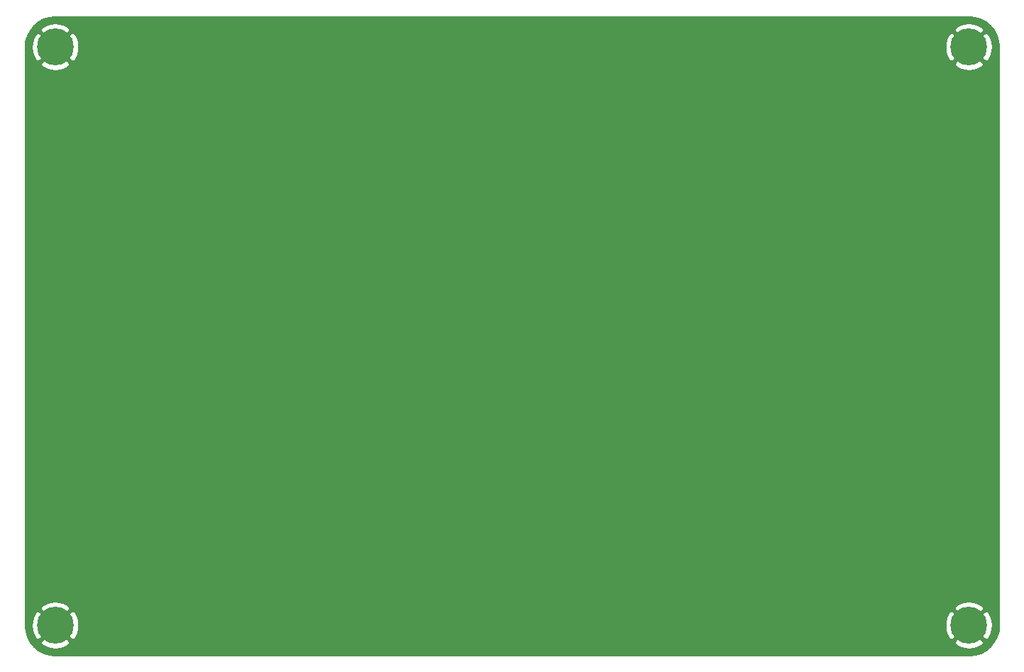
<source format=gbr>
G04 #@! TF.GenerationSoftware,KiCad,Pcbnew,(5.1.4)-1*
G04 #@! TF.CreationDate,2020-12-10T19:05:49-06:00*
G04 #@! TF.ProjectId,tenjuepad,74656e6a-7565-4706-9164-2e6b69636164,rev?*
G04 #@! TF.SameCoordinates,Original*
G04 #@! TF.FileFunction,Copper,L2,Bot*
G04 #@! TF.FilePolarity,Positive*
%FSLAX46Y46*%
G04 Gerber Fmt 4.6, Leading zero omitted, Abs format (unit mm)*
G04 Created by KiCad (PCBNEW (5.1.4)-1) date 2020-12-10 19:05:49*
%MOMM*%
%LPD*%
G04 APERTURE LIST*
%ADD10C,0.700000*%
%ADD11C,4.400000*%
%ADD12C,0.254000*%
G04 APERTURE END LIST*
D10*
X191666726Y-143833274D03*
X190500000Y-143350000D03*
X189333274Y-143833274D03*
X188850000Y-145000000D03*
X189333274Y-146166726D03*
X190500000Y-146650000D03*
X191666726Y-146166726D03*
X192150000Y-145000000D03*
D11*
X190500000Y-145000000D03*
D10*
X191666726Y-212833274D03*
X190500000Y-212350000D03*
X189333274Y-212833274D03*
X188850000Y-214000000D03*
X189333274Y-215166726D03*
X190500000Y-215650000D03*
X191666726Y-215166726D03*
X192150000Y-214000000D03*
D11*
X190500000Y-214000000D03*
D10*
X300666726Y-212833274D03*
X299500000Y-212350000D03*
X298333274Y-212833274D03*
X297850000Y-214000000D03*
X298333274Y-215166726D03*
X299500000Y-215650000D03*
X300666726Y-215166726D03*
X301150000Y-214000000D03*
D11*
X299500000Y-214000000D03*
D10*
X300666726Y-143833274D03*
X299500000Y-143350000D03*
X298333274Y-143833274D03*
X297850000Y-145000000D03*
X298333274Y-146166726D03*
X299500000Y-146650000D03*
X300666726Y-146166726D03*
X301150000Y-145000000D03*
D11*
X299500000Y-145000000D03*
D12*
G36*
X190405708Y-141474040D02*
G01*
X190476374Y-141481000D01*
X299523626Y-141481000D01*
X299594292Y-141474040D01*
X299673336Y-141450062D01*
X300192819Y-141500998D01*
X300859257Y-141702208D01*
X301473911Y-142029026D01*
X302013384Y-142469009D01*
X302457123Y-143005398D01*
X302788225Y-143617760D01*
X302994079Y-144282768D01*
X303050909Y-144823463D01*
X303025960Y-144905709D01*
X303019000Y-144976375D01*
X303019001Y-214023626D01*
X303025961Y-214094292D01*
X303049938Y-214173333D01*
X302999002Y-214692819D01*
X302797793Y-215359255D01*
X302470975Y-215973911D01*
X302030989Y-216513386D01*
X301494602Y-216957123D01*
X300882245Y-217288223D01*
X300217232Y-217494079D01*
X299676538Y-217550909D01*
X299594292Y-217525960D01*
X299523626Y-217519000D01*
X190476374Y-217519000D01*
X190405708Y-217525960D01*
X190326664Y-217549938D01*
X189807181Y-217499002D01*
X189140745Y-217297793D01*
X188526089Y-216970975D01*
X187986614Y-216530989D01*
X187542877Y-215994602D01*
X187540268Y-215989775D01*
X188689830Y-215989775D01*
X188929976Y-216377018D01*
X189423877Y-216637641D01*
X189959133Y-216796901D01*
X190515174Y-216848678D01*
X191070632Y-216790981D01*
X191604161Y-216626028D01*
X192070024Y-216377018D01*
X192310170Y-215989775D01*
X297689830Y-215989775D01*
X297929976Y-216377018D01*
X298423877Y-216637641D01*
X298959133Y-216796901D01*
X299515174Y-216848678D01*
X300070632Y-216790981D01*
X300604161Y-216626028D01*
X301070024Y-216377018D01*
X301310170Y-215989775D01*
X299500000Y-214179605D01*
X297689830Y-215989775D01*
X192310170Y-215989775D01*
X190500000Y-214179605D01*
X188689830Y-215989775D01*
X187540268Y-215989775D01*
X187211777Y-215382245D01*
X187005921Y-214717232D01*
X186949091Y-214176538D01*
X186974040Y-214094292D01*
X186981000Y-214023626D01*
X186981000Y-214015174D01*
X187651322Y-214015174D01*
X187709019Y-214570632D01*
X187873972Y-215104161D01*
X188122982Y-215570024D01*
X188510225Y-215810170D01*
X190320395Y-214000000D01*
X190679605Y-214000000D01*
X192489775Y-215810170D01*
X192877018Y-215570024D01*
X193137641Y-215076123D01*
X193296901Y-214540867D01*
X193345852Y-214015174D01*
X296651322Y-214015174D01*
X296709019Y-214570632D01*
X296873972Y-215104161D01*
X297122982Y-215570024D01*
X297510225Y-215810170D01*
X299320395Y-214000000D01*
X299679605Y-214000000D01*
X301489775Y-215810170D01*
X301877018Y-215570024D01*
X302137641Y-215076123D01*
X302296901Y-214540867D01*
X302348678Y-213984826D01*
X302290981Y-213429368D01*
X302126028Y-212895839D01*
X301877018Y-212429976D01*
X301489775Y-212189830D01*
X299679605Y-214000000D01*
X299320395Y-214000000D01*
X297510225Y-212189830D01*
X297122982Y-212429976D01*
X296862359Y-212923877D01*
X296703099Y-213459133D01*
X296651322Y-214015174D01*
X193345852Y-214015174D01*
X193348678Y-213984826D01*
X193290981Y-213429368D01*
X193126028Y-212895839D01*
X192877018Y-212429976D01*
X192489775Y-212189830D01*
X190679605Y-214000000D01*
X190320395Y-214000000D01*
X188510225Y-212189830D01*
X188122982Y-212429976D01*
X187862359Y-212923877D01*
X187703099Y-213459133D01*
X187651322Y-214015174D01*
X186981000Y-214015174D01*
X186981000Y-212010225D01*
X188689830Y-212010225D01*
X190500000Y-213820395D01*
X192310170Y-212010225D01*
X297689830Y-212010225D01*
X299500000Y-213820395D01*
X301310170Y-212010225D01*
X301070024Y-211622982D01*
X300576123Y-211362359D01*
X300040867Y-211203099D01*
X299484826Y-211151322D01*
X298929368Y-211209019D01*
X298395839Y-211373972D01*
X297929976Y-211622982D01*
X297689830Y-212010225D01*
X192310170Y-212010225D01*
X192070024Y-211622982D01*
X191576123Y-211362359D01*
X191040867Y-211203099D01*
X190484826Y-211151322D01*
X189929368Y-211209019D01*
X189395839Y-211373972D01*
X188929976Y-211622982D01*
X188689830Y-212010225D01*
X186981000Y-212010225D01*
X186981000Y-146989775D01*
X188689830Y-146989775D01*
X188929976Y-147377018D01*
X189423877Y-147637641D01*
X189959133Y-147796901D01*
X190515174Y-147848678D01*
X191070632Y-147790981D01*
X191604161Y-147626028D01*
X192070024Y-147377018D01*
X192310170Y-146989775D01*
X297689830Y-146989775D01*
X297929976Y-147377018D01*
X298423877Y-147637641D01*
X298959133Y-147796901D01*
X299515174Y-147848678D01*
X300070632Y-147790981D01*
X300604161Y-147626028D01*
X301070024Y-147377018D01*
X301310170Y-146989775D01*
X299500000Y-145179605D01*
X297689830Y-146989775D01*
X192310170Y-146989775D01*
X190500000Y-145179605D01*
X188689830Y-146989775D01*
X186981000Y-146989775D01*
X186981000Y-145015174D01*
X187651322Y-145015174D01*
X187709019Y-145570632D01*
X187873972Y-146104161D01*
X188122982Y-146570024D01*
X188510225Y-146810170D01*
X190320395Y-145000000D01*
X190679605Y-145000000D01*
X192489775Y-146810170D01*
X192877018Y-146570024D01*
X193137641Y-146076123D01*
X193296901Y-145540867D01*
X193345852Y-145015174D01*
X296651322Y-145015174D01*
X296709019Y-145570632D01*
X296873972Y-146104161D01*
X297122982Y-146570024D01*
X297510225Y-146810170D01*
X299320395Y-145000000D01*
X299679605Y-145000000D01*
X301489775Y-146810170D01*
X301877018Y-146570024D01*
X302137641Y-146076123D01*
X302296901Y-145540867D01*
X302348678Y-144984826D01*
X302290981Y-144429368D01*
X302126028Y-143895839D01*
X301877018Y-143429976D01*
X301489775Y-143189830D01*
X299679605Y-145000000D01*
X299320395Y-145000000D01*
X297510225Y-143189830D01*
X297122982Y-143429976D01*
X296862359Y-143923877D01*
X296703099Y-144459133D01*
X296651322Y-145015174D01*
X193345852Y-145015174D01*
X193348678Y-144984826D01*
X193290981Y-144429368D01*
X193126028Y-143895839D01*
X192877018Y-143429976D01*
X192489775Y-143189830D01*
X190679605Y-145000000D01*
X190320395Y-145000000D01*
X188510225Y-143189830D01*
X188122982Y-143429976D01*
X187862359Y-143923877D01*
X187703099Y-144459133D01*
X187651322Y-145015174D01*
X186981000Y-145015174D01*
X186981000Y-144976374D01*
X186974040Y-144905708D01*
X186950062Y-144826664D01*
X187000998Y-144307181D01*
X187202208Y-143640743D01*
X187529026Y-143026089D01*
X187541964Y-143010225D01*
X188689830Y-143010225D01*
X190500000Y-144820395D01*
X192310170Y-143010225D01*
X297689830Y-143010225D01*
X299500000Y-144820395D01*
X301310170Y-143010225D01*
X301070024Y-142622982D01*
X300576123Y-142362359D01*
X300040867Y-142203099D01*
X299484826Y-142151322D01*
X298929368Y-142209019D01*
X298395839Y-142373972D01*
X297929976Y-142622982D01*
X297689830Y-143010225D01*
X192310170Y-143010225D01*
X192070024Y-142622982D01*
X191576123Y-142362359D01*
X191040867Y-142203099D01*
X190484826Y-142151322D01*
X189929368Y-142209019D01*
X189395839Y-142373972D01*
X188929976Y-142622982D01*
X188689830Y-143010225D01*
X187541964Y-143010225D01*
X187969009Y-142486616D01*
X188505398Y-142042877D01*
X189117760Y-141711775D01*
X189782768Y-141505921D01*
X190323462Y-141449091D01*
X190405708Y-141474040D01*
X190405708Y-141474040D01*
G37*
X190405708Y-141474040D02*
X190476374Y-141481000D01*
X299523626Y-141481000D01*
X299594292Y-141474040D01*
X299673336Y-141450062D01*
X300192819Y-141500998D01*
X300859257Y-141702208D01*
X301473911Y-142029026D01*
X302013384Y-142469009D01*
X302457123Y-143005398D01*
X302788225Y-143617760D01*
X302994079Y-144282768D01*
X303050909Y-144823463D01*
X303025960Y-144905709D01*
X303019000Y-144976375D01*
X303019001Y-214023626D01*
X303025961Y-214094292D01*
X303049938Y-214173333D01*
X302999002Y-214692819D01*
X302797793Y-215359255D01*
X302470975Y-215973911D01*
X302030989Y-216513386D01*
X301494602Y-216957123D01*
X300882245Y-217288223D01*
X300217232Y-217494079D01*
X299676538Y-217550909D01*
X299594292Y-217525960D01*
X299523626Y-217519000D01*
X190476374Y-217519000D01*
X190405708Y-217525960D01*
X190326664Y-217549938D01*
X189807181Y-217499002D01*
X189140745Y-217297793D01*
X188526089Y-216970975D01*
X187986614Y-216530989D01*
X187542877Y-215994602D01*
X187540268Y-215989775D01*
X188689830Y-215989775D01*
X188929976Y-216377018D01*
X189423877Y-216637641D01*
X189959133Y-216796901D01*
X190515174Y-216848678D01*
X191070632Y-216790981D01*
X191604161Y-216626028D01*
X192070024Y-216377018D01*
X192310170Y-215989775D01*
X297689830Y-215989775D01*
X297929976Y-216377018D01*
X298423877Y-216637641D01*
X298959133Y-216796901D01*
X299515174Y-216848678D01*
X300070632Y-216790981D01*
X300604161Y-216626028D01*
X301070024Y-216377018D01*
X301310170Y-215989775D01*
X299500000Y-214179605D01*
X297689830Y-215989775D01*
X192310170Y-215989775D01*
X190500000Y-214179605D01*
X188689830Y-215989775D01*
X187540268Y-215989775D01*
X187211777Y-215382245D01*
X187005921Y-214717232D01*
X186949091Y-214176538D01*
X186974040Y-214094292D01*
X186981000Y-214023626D01*
X186981000Y-214015174D01*
X187651322Y-214015174D01*
X187709019Y-214570632D01*
X187873972Y-215104161D01*
X188122982Y-215570024D01*
X188510225Y-215810170D01*
X190320395Y-214000000D01*
X190679605Y-214000000D01*
X192489775Y-215810170D01*
X192877018Y-215570024D01*
X193137641Y-215076123D01*
X193296901Y-214540867D01*
X193345852Y-214015174D01*
X296651322Y-214015174D01*
X296709019Y-214570632D01*
X296873972Y-215104161D01*
X297122982Y-215570024D01*
X297510225Y-215810170D01*
X299320395Y-214000000D01*
X299679605Y-214000000D01*
X301489775Y-215810170D01*
X301877018Y-215570024D01*
X302137641Y-215076123D01*
X302296901Y-214540867D01*
X302348678Y-213984826D01*
X302290981Y-213429368D01*
X302126028Y-212895839D01*
X301877018Y-212429976D01*
X301489775Y-212189830D01*
X299679605Y-214000000D01*
X299320395Y-214000000D01*
X297510225Y-212189830D01*
X297122982Y-212429976D01*
X296862359Y-212923877D01*
X296703099Y-213459133D01*
X296651322Y-214015174D01*
X193345852Y-214015174D01*
X193348678Y-213984826D01*
X193290981Y-213429368D01*
X193126028Y-212895839D01*
X192877018Y-212429976D01*
X192489775Y-212189830D01*
X190679605Y-214000000D01*
X190320395Y-214000000D01*
X188510225Y-212189830D01*
X188122982Y-212429976D01*
X187862359Y-212923877D01*
X187703099Y-213459133D01*
X187651322Y-214015174D01*
X186981000Y-214015174D01*
X186981000Y-212010225D01*
X188689830Y-212010225D01*
X190500000Y-213820395D01*
X192310170Y-212010225D01*
X297689830Y-212010225D01*
X299500000Y-213820395D01*
X301310170Y-212010225D01*
X301070024Y-211622982D01*
X300576123Y-211362359D01*
X300040867Y-211203099D01*
X299484826Y-211151322D01*
X298929368Y-211209019D01*
X298395839Y-211373972D01*
X297929976Y-211622982D01*
X297689830Y-212010225D01*
X192310170Y-212010225D01*
X192070024Y-211622982D01*
X191576123Y-211362359D01*
X191040867Y-211203099D01*
X190484826Y-211151322D01*
X189929368Y-211209019D01*
X189395839Y-211373972D01*
X188929976Y-211622982D01*
X188689830Y-212010225D01*
X186981000Y-212010225D01*
X186981000Y-146989775D01*
X188689830Y-146989775D01*
X188929976Y-147377018D01*
X189423877Y-147637641D01*
X189959133Y-147796901D01*
X190515174Y-147848678D01*
X191070632Y-147790981D01*
X191604161Y-147626028D01*
X192070024Y-147377018D01*
X192310170Y-146989775D01*
X297689830Y-146989775D01*
X297929976Y-147377018D01*
X298423877Y-147637641D01*
X298959133Y-147796901D01*
X299515174Y-147848678D01*
X300070632Y-147790981D01*
X300604161Y-147626028D01*
X301070024Y-147377018D01*
X301310170Y-146989775D01*
X299500000Y-145179605D01*
X297689830Y-146989775D01*
X192310170Y-146989775D01*
X190500000Y-145179605D01*
X188689830Y-146989775D01*
X186981000Y-146989775D01*
X186981000Y-145015174D01*
X187651322Y-145015174D01*
X187709019Y-145570632D01*
X187873972Y-146104161D01*
X188122982Y-146570024D01*
X188510225Y-146810170D01*
X190320395Y-145000000D01*
X190679605Y-145000000D01*
X192489775Y-146810170D01*
X192877018Y-146570024D01*
X193137641Y-146076123D01*
X193296901Y-145540867D01*
X193345852Y-145015174D01*
X296651322Y-145015174D01*
X296709019Y-145570632D01*
X296873972Y-146104161D01*
X297122982Y-146570024D01*
X297510225Y-146810170D01*
X299320395Y-145000000D01*
X299679605Y-145000000D01*
X301489775Y-146810170D01*
X301877018Y-146570024D01*
X302137641Y-146076123D01*
X302296901Y-145540867D01*
X302348678Y-144984826D01*
X302290981Y-144429368D01*
X302126028Y-143895839D01*
X301877018Y-143429976D01*
X301489775Y-143189830D01*
X299679605Y-145000000D01*
X299320395Y-145000000D01*
X297510225Y-143189830D01*
X297122982Y-143429976D01*
X296862359Y-143923877D01*
X296703099Y-144459133D01*
X296651322Y-145015174D01*
X193345852Y-145015174D01*
X193348678Y-144984826D01*
X193290981Y-144429368D01*
X193126028Y-143895839D01*
X192877018Y-143429976D01*
X192489775Y-143189830D01*
X190679605Y-145000000D01*
X190320395Y-145000000D01*
X188510225Y-143189830D01*
X188122982Y-143429976D01*
X187862359Y-143923877D01*
X187703099Y-144459133D01*
X187651322Y-145015174D01*
X186981000Y-145015174D01*
X186981000Y-144976374D01*
X186974040Y-144905708D01*
X186950062Y-144826664D01*
X187000998Y-144307181D01*
X187202208Y-143640743D01*
X187529026Y-143026089D01*
X187541964Y-143010225D01*
X188689830Y-143010225D01*
X190500000Y-144820395D01*
X192310170Y-143010225D01*
X297689830Y-143010225D01*
X299500000Y-144820395D01*
X301310170Y-143010225D01*
X301070024Y-142622982D01*
X300576123Y-142362359D01*
X300040867Y-142203099D01*
X299484826Y-142151322D01*
X298929368Y-142209019D01*
X298395839Y-142373972D01*
X297929976Y-142622982D01*
X297689830Y-143010225D01*
X192310170Y-143010225D01*
X192070024Y-142622982D01*
X191576123Y-142362359D01*
X191040867Y-142203099D01*
X190484826Y-142151322D01*
X189929368Y-142209019D01*
X189395839Y-142373972D01*
X188929976Y-142622982D01*
X188689830Y-143010225D01*
X187541964Y-143010225D01*
X187969009Y-142486616D01*
X188505398Y-142042877D01*
X189117760Y-141711775D01*
X189782768Y-141505921D01*
X190323462Y-141449091D01*
X190405708Y-141474040D01*
M02*

</source>
